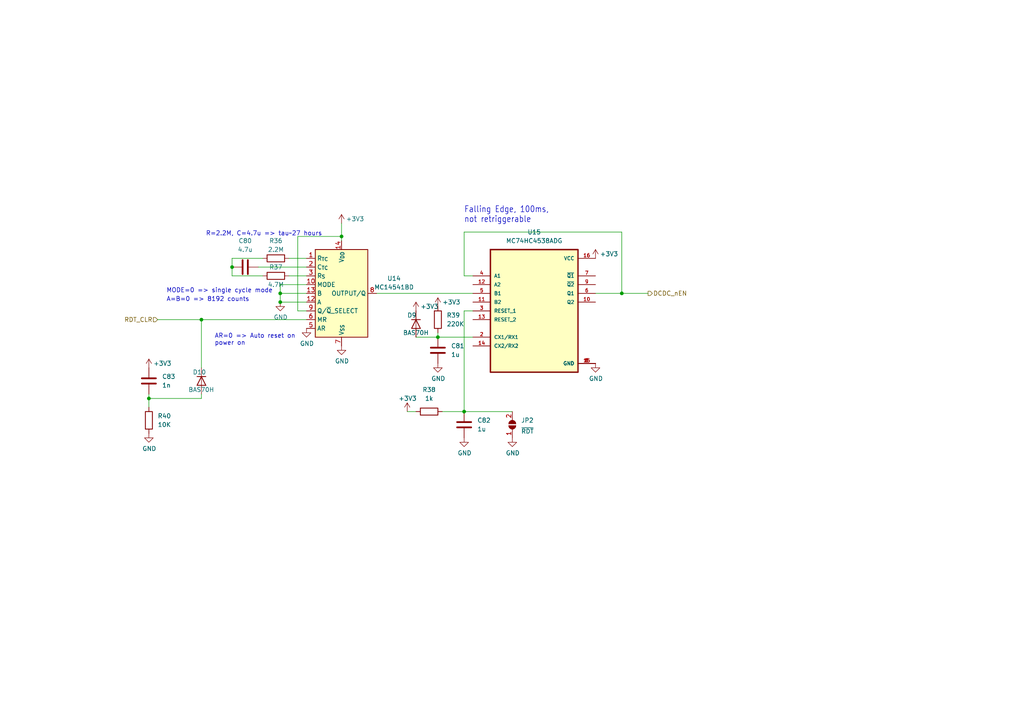
<source format=kicad_sch>
(kicad_sch (version 20211123) (generator eeschema)
  (paper "A4")
  (lib_symbols
    (symbol "Device:C" (pin_numbers hide) (pin_names (offset 0.254))
      (property "Reference" "C" (at 0.635 2.54 0))
      (property "Value" "C" (at 0.635 -2.54 0))
      (symbol "C_0_1"
        (polyline (pts (xy -2.032 -0.762) (xy 2.032 -0.762)) (stroke (width 0.508)))
        (polyline (pts (xy -2.032 0.762) (xy 2.032 0.762)) (stroke (width 0.508)))
      )
      (symbol "C_1_1"
        (pin passive line (at 0 3.81 270) (length 2.794) (name "~") (number "1"))
        (pin passive line (at 0 -3.81 90) (length 2.794) (name "~") (number "2"))
      )
    )
    (symbol "Device:D" (pin_numbers hide) (pin_names (offset 1.016) hide)
      (property "Reference" "D" (at 0 2.54 0))
      (property "Value" "D" (at 0 -2.54 0))
      (symbol "D_0_1"
        (polyline (pts (xy -1.27 1.27) (xy -1.27 -1.27)) (stroke (width 0.254)))
        (polyline (pts (xy 1.27 0) (xy -1.27 0)))
        (polyline (pts (xy 1.27 1.27) (xy 1.27 -1.27) (xy -1.27 0) (xy 1.27 1.27)) (stroke (width 0.254)))
      )
      (symbol "D_1_1"
        (pin passive line (at -3.81 0 0) (length 2.54) (name "K") (number "1"))
        (pin passive line (at 3.81 0 180) (length 2.54) (name "A") (number "2"))
      )
    )
    (symbol "Device:R" (pin_numbers hide) (pin_names (offset 0))
      (property "Reference" "R" (at 2.032 0 90))
      (property "Value" "R" (at 0 0 90))
      (symbol "R_0_1"
        (rectangle (start -1.016 -2.54) (end 1.016 2.54) (stroke (width 0.254)))
      )
      (symbol "R_1_1"
        (pin passive line (at 0 3.81 270) (length 1.27) (name "~") (number "1"))
        (pin passive line (at 0 -3.81 90) (length 1.27) (name "~") (number "2"))
      )
    )
    (symbol "Jumper:SolderJumper_2_Open" (pin_names (offset 0) hide)
      (property "Reference" "JP" (at 0 2.032 0))
      (property "Value" "SolderJumper_2_Open" (at 0 -2.54 0))
      (symbol "SolderJumper_2_Open_0_1"
        (arc (start -0.254 1.016) (mid -1.27 0) (end -0.254 -1.016))
        (arc (start -0.254 1.016) (mid -1.27 0) (end -0.254 -1.016) (fill (type outline)))
        (polyline (pts (xy -0.254 1.016) (xy -0.254 -1.016)))
        (polyline (pts (xy 0.254 1.016) (xy 0.254 -1.016)))
        (arc (start 0.254 -1.016) (mid 1.27 0) (end 0.254 1.016))
        (arc (start 0.254 -1.016) (mid 1.27 0) (end 0.254 1.016) (fill (type outline)))
      )
      (symbol "SolderJumper_2_Open_1_1"
        (pin passive line (at -3.81 0 0) (length 2.54) (name "A") (number "1"))
        (pin passive line (at 3.81 0 180) (length 2.54) (name "B") (number "2"))
      )
    )
    (symbol "STS1_COBC_V2-rescue:MC74HC4538ADG" (pin_names (offset 1.016))
      (property "Reference" "U" (at -12.7 18.78 0))
      (property "Value" "MC74HC4538ADG" (at -12.7 -21.78 0))
      (symbol "MC74HC4538ADG_0_0"
        (rectangle (start -12.7 -17.78) (end 12.7 17.78) (stroke (width 0.41)) (fill (type background)))
        (pin power_in line (at 17.78 -15.24 180) (length 5.08) (name "GND") (number "1"))
        (pin output line (at 17.78 2.54 180) (length 5.08) (name "Q2") (number "10"))
        (pin input line (at -17.78 2.54 0) (length 5.08) (name "B2") (number "11"))
        (pin input line (at -17.78 7.62 0) (length 5.08) (name "A2") (number "12"))
        (pin input line (at -17.78 -2.54 0) (length 5.08) (name "RESET_2") (number "13"))
        (pin bidirectional line (at -17.78 -10.16 0) (length 5.08) (name "CX2/RX2") (number "14"))
        (pin power_in line (at 17.78 -15.24 180) (length 5.08) (name "GND") (number "15"))
        (pin power_in line (at 17.78 15.24 180) (length 5.08) (name "VCC") (number "16"))
        (pin bidirectional line (at -17.78 -7.62 0) (length 5.08) (name "CX1/RX1") (number "2"))
        (pin input line (at -17.78 0 0) (length 5.08) (name "RESET_1") (number "3"))
        (pin input line (at -17.78 10.16 0) (length 5.08) (name "A1") (number "4"))
        (pin input line (at -17.78 5.08 0) (length 5.08) (name "B1") (number "5"))
        (pin output line (at 17.78 5.08 180) (length 5.08) (name "Q1") (number "6"))
        (pin output line (at 17.78 10.16 180) (length 5.08) (name "~{Q1}") (number "7"))
        (pin power_in line (at 17.78 -15.24 180) (length 5.08) (name "GND") (number "8"))
        (pin output line (at 17.78 7.62 180) (length 5.08) (name "~{Q2}") (number "9"))
      )
    )
    (symbol "Timer:MC14541BD"
      (property "Reference" "U" (at -7.62 15.24 0))
      (property "Value" "MC14541BD" (at 7.62 15.24 0))
      (symbol "MC14541BD_0_0"
        (pin input line (at -10.16 10.16 0) (length 2.54) (name "R_{TC}") (number "1"))
        (pin input line (at -10.16 2.54 0) (length 2.54) (name "MODE") (number "10"))
        (pin no_connect line (at 7.62 -7.62 180) (length 2.54) hide (name "NC") (number "11"))
        (pin input line (at -10.16 -2.54 0) (length 2.54) (name "A") (number "12"))
        (pin input line (at -10.16 0 0) (length 2.54) (name "B") (number "13"))
        (pin power_in line (at 0 15.24 270) (length 2.54) (name "V_{DD}") (number "14"))
        (pin input line (at -10.16 7.62 0) (length 2.54) (name "C_{TC}") (number "2"))
        (pin input line (at -10.16 5.08 0) (length 2.54) (name "R_{S}") (number "3"))
        (pin no_connect line (at 7.62 -5.08 180) (length 2.54) hide (name "NC") (number "4"))
        (pin input line (at -10.16 -10.16 0) (length 2.54) (name "AR") (number "5"))
        (pin input line (at -10.16 -7.62 0) (length 2.54) (name "MR") (number "6"))
        (pin power_in line (at 0 -15.24 90) (length 2.54) (name "V_{SS}") (number "7"))
        (pin output line (at 10.16 0 180) (length 2.54) (name "OUTPUT/Q") (number "8"))
        (pin input line (at -10.16 -5.08 0) (length 2.54) (name "Q/~{Q}_SELECT") (number "9"))
      )
      (symbol "MC14541BD_0_1"
        (rectangle (start 7.62 -12.7) (end -7.62 12.7) (stroke (width 0.254)) (fill (type background)))
      )
    )
    (symbol "power:+3V3" (power) (pin_names (offset 0))
      (property "Value" "+3V3" (at 0 3.556 0))
      (symbol "+3V3_0_1"
        (polyline (pts (xy -0.762 1.27) (xy 0 2.54)))
        (polyline (pts (xy 0 0) (xy 0 2.54)))
        (polyline (pts (xy 0 2.54) (xy 0.762 1.27)))
      )
      (symbol "+3V3_1_1"
        (pin power_in line (at 0 0 90) (length 0) hide (name "+3V3") (number "1"))
      )
    )
    (symbol "power:GND" (power) (pin_names (offset 0))
      (property "Value" "GND" (at 0 -3.81 0))
      (symbol "GND_0_1"
        (polyline (pts (xy 0 0) (xy 0 -1.27) (xy 1.27 -1.27) (xy 0 -2.54) (xy -1.27 -1.27) (xy 0 -1.27)))
      )
      (symbol "GND_1_1"
        (pin power_in line (at 0 0 270) (length 0) hide (name "GND") (number "1"))
      )
    )
  )
  (junction (at 43.18 115.57))
  (junction (at 127 97.79))
  (junction (at 134.62 119.38))
  (junction (at 99.06 68.58))
  (junction (at 81.28 85.09))
  (junction (at 58.42 92.71))
  (junction (at 67.31 77.47))
  (junction (at 180.34 85.09))
  (junction (at 81.28 87.63))
  (wire (pts (xy 172.72 85.09) (xy 180.34 85.09)))
  (wire (pts (xy 180.34 85.09) (xy 180.34 67.31)))
  (wire (pts (xy 88.9 85.09) (xy 81.28 85.09)))
  (wire (pts (xy 127 96.52) (xy 127 97.79)))
  (wire (pts (xy 43.18 115.57) (xy 58.42 115.57)))
  (wire (pts (xy 58.42 114.3) (xy 58.42 115.57)))
  (wire (pts (xy 134.62 119.38) (xy 134.62 90.17)))
  (wire (pts (xy 45.72 92.71) (xy 58.42 92.71)))
  (wire (pts (xy 83.82 80.01) (xy 88.9 80.01)))
  (wire (pts (xy 86.36 90.17) (xy 86.36 68.58)))
  (wire (pts (xy 83.82 74.93) (xy 88.9 74.93)))
  (wire (pts (xy 81.28 87.63) (xy 88.9 87.63)))
  (wire (pts (xy 58.42 92.71) (xy 58.42 106.68)))
  (wire (pts (xy 134.62 90.17) (xy 137.16 90.17)))
  (wire (pts (xy 180.34 67.31) (xy 134.62 67.31)))
  (wire (pts (xy 120.65 97.79) (xy 127 97.79)))
  (wire (pts (xy 134.62 67.31) (xy 134.62 80.01)))
  (wire (pts (xy 81.28 82.55) (xy 81.28 85.09)))
  (wire (pts (xy 88.9 82.55) (xy 81.28 82.55)))
  (wire (pts (xy 118.11 119.38) (xy 120.65 119.38)))
  (wire (pts (xy 76.2 80.01) (xy 67.31 80.01)))
  (wire (pts (xy 67.31 74.93) (xy 76.2 74.93)))
  (wire (pts (xy 128.27 119.38) (xy 134.62 119.38)))
  (wire (pts (xy 67.31 77.47) (xy 67.31 80.01)))
  (wire (pts (xy 99.06 68.58) (xy 99.06 69.85)))
  (wire (pts (xy 67.31 77.47) (xy 67.31 74.93)))
  (wire (pts (xy 43.18 114.3) (xy 43.18 115.57)))
  (wire (pts (xy 86.36 90.17) (xy 88.9 90.17)))
  (wire (pts (xy 180.34 85.09) (xy 187.96 85.09)))
  (wire (pts (xy 134.62 119.38) (xy 148.59 119.38)))
  (wire (pts (xy 86.36 68.58) (xy 99.06 68.58)))
  (wire (pts (xy 74.93 77.47) (xy 88.9 77.47)))
  (wire (pts (xy 43.18 115.57) (xy 43.18 118.11)))
  (wire (pts (xy 58.42 92.71) (xy 88.9 92.71)))
  (wire (pts (xy 81.28 85.09) (xy 81.28 87.63)))
  (wire (pts (xy 109.22 85.09) (xy 137.16 85.09)))
  (wire (pts (xy 127 97.79) (xy 137.16 97.79)))
  (wire (pts (xy 134.62 80.01) (xy 137.16 80.01)))
  (wire (pts (xy 99.06 64.77) (xy 99.06 68.58)))
  (text "R=2.2M, C=4.7u => tau~27 hours" (at 59.69 68.58 0) (effects (font (size 1.27 1.27)) (justify left bottom)))
  (text "Falling Edge, 100ms,\nnot retriggerable" (at 134.62 64.77 180) (effects (font (size 1.778 1.5113)) (justify left bottom)))
  (text "MODE=0 => single cycle mode" (at 48.26 85.09 0) (effects (font (size 1.27 1.27)) (justify left bottom)))
  (text "A=B=0 => 8192 counts" (at 48.26 87.63 0) (effects (font (size 1.27 1.27)) (justify left bottom)))
  (text "AR=0 => Auto reset on\npower on" (at 62.23 100.33 0) (effects (font (size 1.27 1.27)) (justify left bottom)))
  (hierarchical_label "RDT_CLR" (shape input) (at 45.72 92.71 180))
  (hierarchical_label "DCDC_nEN" (shape output) (at 187.96 85.09 0))
  (symbol (lib_id "Device:R") (at 127 92.71 0) (unit 1)
    (property "Reference" "R39" (at 129.54 91.4399 0) (effects (justify left)))
    (property "Value" "220K" (at 129.54 93.9799 0) (effects (justify left)))
    (property "Footprint" "Resistor_SMD:R_0603_1608Metric" (effects hide))
  )
  (symbol (lib_id "power:+3V3") (at 120.65 90.17 0) (unit 1)
    (property "Reference" "#PWR069" (effects hide))
    (property "Value" "+3V3" (at 121.92 88.9 0) (effects (justify left)))
  )
  (symbol (lib_id "STS1_COBC_V2-rescue:MC74HC4538ADG") (at 154.94 90.17 0) (unit 1)
    (property "Reference" "U15" (at 154.94 67.31 0))
    (property "Value" "MC74HC4538ADG" (at 154.94 69.85 0))
    (property "Footprint" "STSLib:SOIC127P600X175-16N" (effects hide))
  )
  (symbol (lib_id "power:+3V3") (at 172.72 74.93 0) (unit 1)
    (property "Reference" "#PWR078" (effects hide))
    (property "Value" "+3V3" (at 173.99 73.66 0) (effects (justify left)))
  )
  (symbol (lib_id "power:GND") (at 88.9 95.25 0) (unit 1)
    (property "Reference" "#PWR042" (effects hide))
    (property "Value" "GND" (at 89.027 99.6442 0))
  )
  (symbol (lib_id "Device:C") (at 134.62 123.19 0) (unit 1)
    (property "Reference" "C82" (at 138.43 121.9199 0) (effects (justify left)))
    (property "Value" "1u" (at 138.43 124.4599 0) (effects (justify left)))
    (property "Footprint" "Capacitor_SMD:C_0603_1608Metric" (effects hide))
  )
  (symbol (lib_id "power:GND") (at 127 105.41 0) (unit 1)
    (property "Reference" "#PWR075" (effects hide))
    (property "Value" "GND" (at 127.127 109.8042 0))
  )
  (symbol (lib_id "Device:R") (at 80.01 80.01 270) (unit 1)
    (property "Reference" "R37" (at 80.01 77.47 90))
    (property "Value" "4.7M" (at 80.01 82.55 90))
    (property "Footprint" "Resistor_SMD:R_0603_1608Metric" (effects hide))
  )
  (symbol (lib_id "power:+3V3") (at 118.11 119.38 0) (unit 1)
    (property "Reference" "#PWR052" (effects hide))
    (property "Value" "+3V3" (at 115.57 115.57 0) (effects (justify left)))
  )
  (symbol (lib_id "power:GND") (at 134.62 127 0) (unit 1)
    (property "Reference" "#PWR076" (effects hide))
    (property "Value" "GND" (at 134.747 131.3942 0))
  )
  (symbol (lib_id "Device:R") (at 43.18 121.92 0) (unit 1)
    (property "Reference" "R40" (at 45.72 120.6499 0) (effects (justify left)))
    (property "Value" "10K" (at 45.72 123.1899 0) (effects (justify left)))
    (property "Footprint" "Resistor_SMD:R_0603_1608Metric" (effects hide))
  )
  (symbol (lib_id "Device:D") (at 58.42 110.49 270) (unit 1)
    (property "Reference" "D10" (at 55.88 107.95 90) (effects (justify left)))
    (property "Value" "BAS70H" (at 54.61 113.03 90) (effects (justify left)))
    (property "Footprint" "Diode_SMD:D_SOD-123F" (effects hide))
  )
  (symbol (lib_id "power:GND") (at 148.59 127 0) (unit 1)
    (property "Reference" "#PWR077" (effects hide))
    (property "Value" "GND" (at 148.717 131.3942 0))
  )
  (symbol (lib_id "Device:D") (at 120.65 93.98 270) (unit 1)
    (property "Reference" "D9" (at 118.11 91.44 90) (effects (justify left)))
    (property "Value" "BAS70H" (at 116.84 96.52 90) (effects (justify left)))
    (property "Footprint" "Diode_SMD:D_SOD-123F" (effects hide))
  )
  (symbol (lib_id "Timer:MC14541BD") (at 99.06 85.09 0) (unit 1)
    (property "Reference" "U14" (at 114.3 80.7593 0))
    (property "Value" "MC14541BD" (at 114.3 83.2993 0))
    (property "Footprint" "Package_SO:SOIC-14_3.9x8.7mm_P1.27mm" (effects hide))
    (property "Datasheet" "https://www.onsemi.com/pdf/datasheet/mc14541b-d.pdf" (effects hide))
  )
  (symbol (lib_id "Device:R") (at 124.46 119.38 90) (unit 1)
    (property "Reference" "R38" (at 124.46 113.03 90))
    (property "Value" "1k" (at 124.46 115.57 90))
    (property "Footprint" "Resistor_SMD:R_0603_1608Metric" (effects hide))
  )
  (symbol (lib_id "power:+3V3") (at 127 88.9 0) (unit 1)
    (property "Reference" "#PWR074" (effects hide))
    (property "Value" "+3V3" (at 128.27 87.63 0) (effects (justify left)))
  )
  (symbol (lib_id "power:GND") (at 99.06 100.33 0) (unit 1)
    (property "Reference" "#PWR046" (effects hide))
    (property "Value" "GND" (at 99.187 104.7242 0))
  )
  (symbol (lib_id "Device:C") (at 43.18 110.49 0) (unit 1)
    (property "Reference" "C83" (at 46.99 109.2199 0) (effects (justify left)))
    (property "Value" "1n" (at 46.99 111.7599 0) (effects (justify left)))
    (property "Footprint" "Capacitor_SMD:C_0603_1608Metric" (effects hide))
  )
  (symbol (lib_id "power:GND") (at 43.18 125.73 0) (unit 1)
    (property "Reference" "#PWR081" (effects hide))
    (property "Value" "GND" (at 43.307 130.1242 0))
  )
  (symbol (lib_id "Device:C") (at 71.12 77.47 90) (unit 1)
    (property "Reference" "C80" (at 71.12 69.85 90))
    (property "Value" "4.7u" (at 71.12 72.39 90))
    (property "Footprint" "Capacitor_SMD:C_0603_1608Metric" (effects hide))
  )
  (symbol (lib_id "Device:C") (at 127 101.6 0) (unit 1)
    (property "Reference" "C81" (at 130.81 100.3299 0) (effects (justify left)))
    (property "Value" "1u" (at 130.81 102.8699 0) (effects (justify left)))
    (property "Footprint" "Capacitor_SMD:C_0603_1608Metric" (effects hide))
  )
  (symbol (lib_id "power:GND") (at 81.28 87.63 0) (unit 1)
    (property "Reference" "#PWR040" (effects hide))
    (property "Value" "GND" (at 81.407 92.0242 0))
  )
  (symbol (lib_id "Device:R") (at 80.01 74.93 270) (unit 1)
    (property "Reference" "R36" (at 80.01 69.85 90))
    (property "Value" "2.2M" (at 80.01 72.39 90))
    (property "Footprint" "Resistor_SMD:R_0603_1608Metric" (effects hide))
  )
  (symbol (lib_id "power:+3V3") (at 99.06 64.77 0) (unit 1)
    (property "Reference" "#PWR043" (effects hide))
    (property "Value" "+3V3" (at 100.33 63.5 0) (effects (justify left)))
  )
  (symbol (lib_id "Jumper:SolderJumper_2_Open") (at 148.59 123.19 90) (unit 1)
    (property "Reference" "JP2" (at 151.13 121.9199 90) (effects (justify right)))
    (property "Value" "~{RDT}" (at 151.13 125.0949 90) (effects (justify right)))
    (property "Footprint" "Jumper:SolderJumper-2_P1.3mm_Open_Pad1.0x1.5mm" (effects hide))
  )
  (symbol (lib_id "power:+3V3") (at 43.18 106.68 0) (unit 1)
    (property "Reference" "#PWR080" (effects hide))
    (property "Value" "+3V3" (at 44.45 105.41 0) (effects (justify left)))
  )
  (symbol (lib_id "power:GND") (at 172.72 105.41 0) (unit 1)
    (property "Reference" "#PWR079" (effects hide))
    (property "Value" "GND" (at 172.847 109.8042 0))
  )
)
</source>
